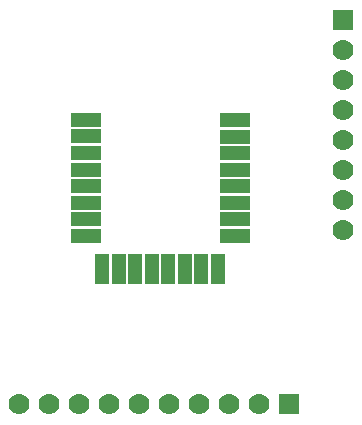
<source format=gts>
G04 ---------------------------- Layer name :TOP SOLDER LAYER*
G04 EasyEDA v5.8.22, Thu, 27 Dec 2018 18:25:07 GMT*
G04 83e352a6ecc44a8a847cc623543be36f*
G04 Gerber Generator version 0.2*
G04 Scale: 100 percent, Rotated: No, Reflected: No *
G04 Dimensions in millimeters *
G04 leading zeros omitted , absolute positions ,3 integer and 3 decimal *
%FSLAX33Y33*%
%MOMM*%
G90*
G71D02*

%ADD20R,2.653208X1.203198*%
%ADD21R,1.203198X2.653208*%
%ADD22R,1.778000X1.778000*%
%ADD23C,1.778000*%

%LPD*%
G54D20*
G01X9192Y27584D03*
G01X9190Y26186D03*
G01X9189Y24785D03*
G01X9190Y23385D03*
G01X9194Y21983D03*
G01X9190Y20584D03*
G01X9192Y19185D03*
G01X9190Y17785D03*
G54D21*
G01X10594Y14989D03*
G01X11996Y14987D03*
G01X13397Y14986D03*
G01X14796Y14986D03*
G01X16197Y14986D03*
G01X17597Y14986D03*
G01X18996Y14986D03*
G01X20396Y14987D03*
G54D20*
G01X21798Y17797D03*
G01X21794Y19192D03*
G01X21794Y20591D03*
G01X21794Y21986D03*
G01X21793Y23384D03*
G01X21791Y24785D03*
G01X21794Y26183D03*
G01X21794Y27584D03*
G54D22*
G01X30988Y36017D03*
G54D23*
G01X30988Y33477D03*
G01X30988Y30937D03*
G01X30988Y28397D03*
G01X30988Y25857D03*
G01X30988Y23317D03*
G01X30988Y20777D03*
G01X30988Y18237D03*
G01X3556Y3505D03*
G01X6096Y3505D03*
G01X8636Y3505D03*
G01X11176Y3505D03*
G01X13716Y3505D03*
G01X16256Y3505D03*
G01X18796Y3505D03*
G01X21336Y3505D03*
G01X23876Y3505D03*
G54D22*
G01X26416Y3505D03*
M00*
M02*

</source>
